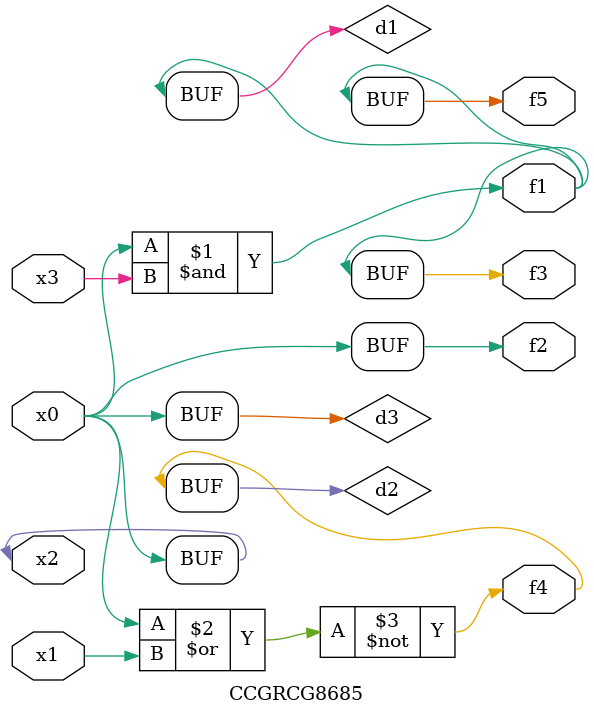
<source format=v>
module CCGRCG8685(
	input x0, x1, x2, x3,
	output f1, f2, f3, f4, f5
);

	wire d1, d2, d3;

	and (d1, x2, x3);
	nor (d2, x0, x1);
	buf (d3, x0, x2);
	assign f1 = d1;
	assign f2 = d3;
	assign f3 = d1;
	assign f4 = d2;
	assign f5 = d1;
endmodule

</source>
